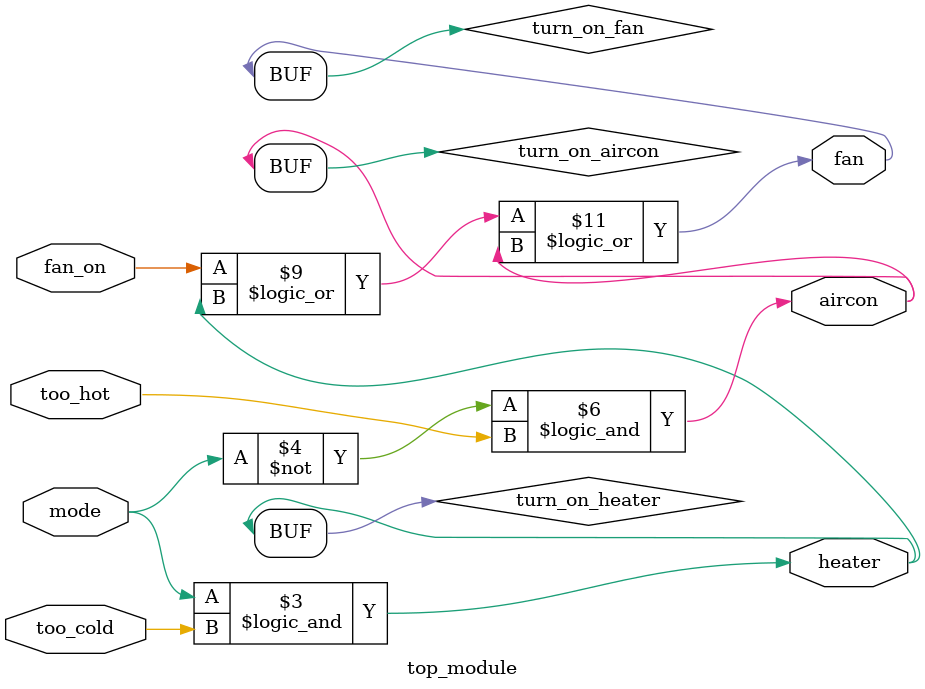
<source format=sv>
module top_module(
    input mode,
    input too_cold,
    input too_hot,
    input fan_on,
    output heater,
    output aircon,
    output fan
);

// Internal signals
wire turn_on_heater;
wire turn_on_aircon;
wire turn_on_fan;

// Control logic for turning on and off the heater, air conditioner, and fan
assign turn_on_heater = (mode == 1) && (too_cold == 1);
assign turn_on_aircon = (mode == 0) && (too_hot == 1);
assign turn_on_fan = (fan_on == 1) || (turn_on_heater == 1) || (turn_on_aircon == 1);

// Output assignments
assign heater = (turn_on_heater == 1);
assign aircon = (turn_on_aircon == 1);
assign fan = (turn_on_fan == 1);

endmodule

</source>
